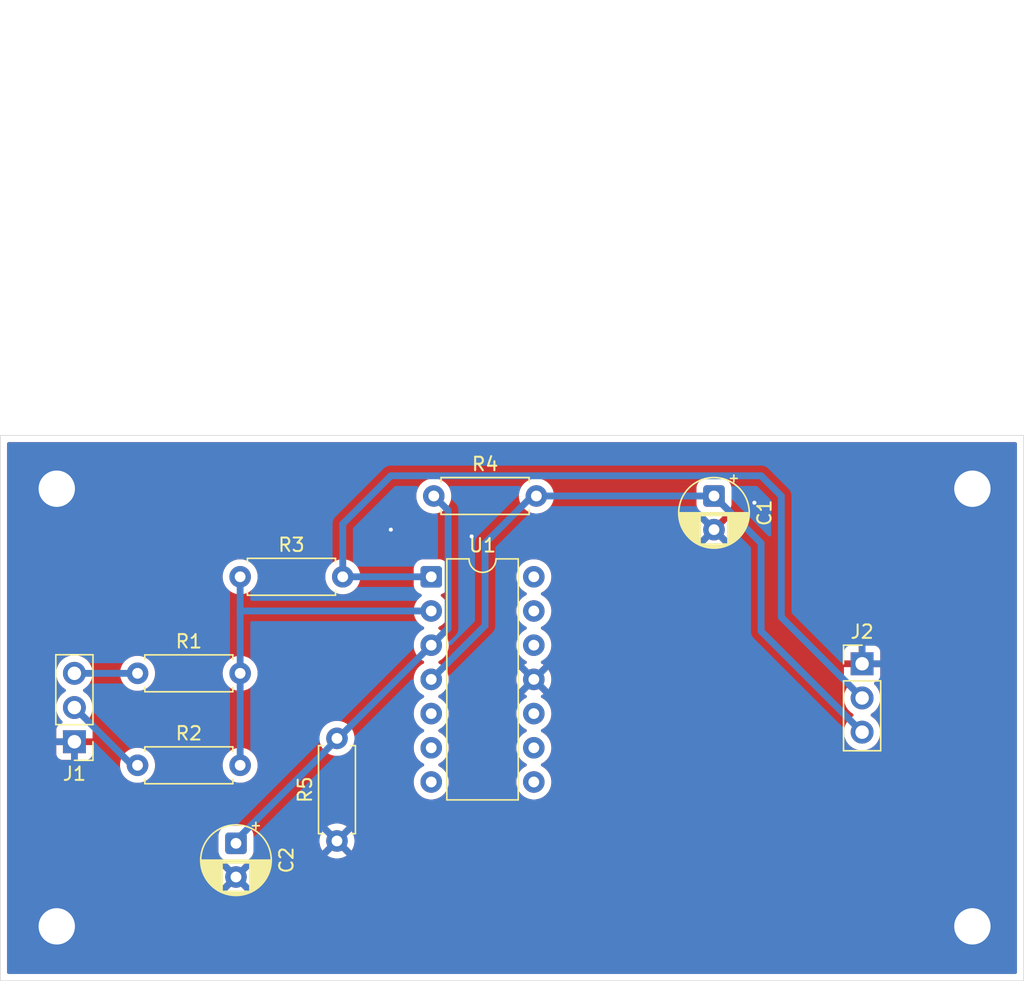
<source format=kicad_pcb>
(kicad_pcb (version 20241229) (generator "pcbnew") (generator_version "9.0")
  (layers (0 "F.Cu" signal) (2 "B.Cu" signal) (13 "F.Paste" user) (15 "B.Paste" user) (5 "F.SilkS" user "F.Silkscreen") (7 "B.SilkS" user "B.Silkscreen") (1 "F.Mask" user) (3 "B.Mask" user) (25 "Edge.Cuts" user))
  (net 0 "")
  (net 1 "0")
  (net 2 "V+")
  (net 3 "Net-(U1A-+)")
  (net 4 "Net-(J1-Pin_2)")
  (net 5 "Net-(J2-Pin_2)")
  (net 6 "Net-(U1A--)")
  (net 7 "Net-(J1-Pin_3)")
  (footprint "Package_DIP:DIP-14_W7.62mm" (layer "F.Cu") (at 77 121.5)
    (property "Reference" "U1" (at 3.81 -2.33 0) (layer "F.SilkS"))
    (property "Value" "LM324")
    (fp_line (start 1.16 -1.33) (end 1.16 16.57) (stroke (width 0.12)) (layer "F.SilkS"))
    (fp_line (start 1.16 16.57) (end 6.46 16.57) (stroke (width 0.12)) (layer "F.SilkS"))
    (fp_line (start 2.81 -1.33) (end 1.16 -1.33) (stroke (width 0.12)) (layer "F.SilkS"))
    (fp_line (start 6.46 -1.33) (end 4.81 -1.33) (stroke (width 0.12)) (layer "F.SilkS"))
    (fp_line (start 6.46 16.57) (end 6.46 -1.33) (stroke (width 0.12)) (layer "F.SilkS"))
    (fp_arc (start 4.81 -1.33) (mid 3.81 -0.33) (end 2.81 -1.33) (stroke (width 0.12)) (layer "F.SilkS"))
    (pad "1" thru_hole roundrect (at 0 0) (size 1.6 1.6) (drill 0.8) (layers "*.Cu" "*.Mask") (roundrect_rratio 0.15625) (net 5 "Net-(J2-Pin_2)"))
    (pad "2" thru_hole circle (at 0 2.54) (size 1.6 1.6) (drill 0.8) (layers "*.Cu" "*.Mask") (net 6 "Net-(U1A--)"))
    (pad "3" thru_hole circle (at 0 5.08) (size 1.6 1.6) (drill 0.8) (layers "*.Cu" "*.Mask") (net 3 "Net-(U1A-+)"))
    (pad "4" thru_hole circle (at 0 7.62) (size 1.6 1.6) (drill 0.8) (layers "*.Cu" "*.Mask") (net 2 "V+"))
    (pad "5" thru_hole circle (at 0 10.16) (size 1.6 1.6) (drill 0.8) (layers "*.Cu" "*.Mask"))
    (pad "6" thru_hole circle (at 0 12.7) (size 1.6 1.6) (drill 0.8) (layers "*.Cu" "*.Mask"))
    (pad "7" thru_hole circle (at 0 15.24) (size 1.6 1.6) (drill 0.8) (layers "*.Cu" "*.Mask"))
    (pad "8" thru_hole circle (at 7.62 15.24) (size 1.6 1.6) (drill 0.8) (layers "*.Cu" "*.Mask"))
    (pad "9" thru_hole circle (at 7.62 12.7) (size 1.6 1.6) (drill 0.8) (layers "*.Cu" "*.Mask"))
    (pad "10" thru_hole circle (at 7.62 10.16) (size 1.6 1.6) (drill 0.8) (layers "*.Cu" "*.Mask"))
    (pad "11" thru_hole circle (at 7.62 7.62) (size 1.6 1.6) (drill 0.8) (layers "*.Cu" "*.Mask") (net 1 "0"))
    (pad "12" thru_hole circle (at 7.62 5.08) (size 1.6 1.6) (drill 0.8) (layers "*.Cu" "*.Mask"))
    (pad "13" thru_hole circle (at 7.62 2.54) (size 1.6 1.6) (drill 0.8) (layers "*.Cu" "*.Mask"))
    (pad "14" thru_hole circle (at 7.62 0) (size 1.6 1.6) (drill 0.8) (layers "*.Cu" "*.Mask"))
  )
  (footprint "MountingHole:MountingHole_2.7mm_Pad" (layer "F.Cu") (at 49.19 114.96)
    (property "Reference" "REF1" (hide yes))
    (property "Value" "MountingHole_2.7mm_Pad" (hide yes))
    (pad "1" thru_hole circle (at 0 0) (size 5.4 5.4) (drill 2.7) (layers "*.Cu" "*.Mask") (net 1 "0"))
  )
  (footprint "Resistor_THT:R_Axial_DIN0207_L6.3mm_D2.5mm_P7.62mm_Horizontal" (layer "F.Cu") (at 70 141.12 90)
    (property "Reference" "R5" (at 3.81 -2.37 90) (layer "F.SilkS"))
    (property "Value" "20k")
    (fp_line (start 7.08 -1.37) (end 7.08 -1.04) (stroke (width 0.12)) (layer "F.SilkS"))
    (fp_line (start 0.54 -1.37) (end 7.08 -1.37) (stroke (width 0.12)) (layer "F.SilkS"))
    (fp_line (start 0.54 -1.04) (end 0.54 -1.37) (stroke (width 0.12)) (layer "F.SilkS"))
    (fp_line (start 0.54 1.04) (end 0.54 1.37) (stroke (width 0.12)) (layer "F.SilkS"))
    (fp_line (start 7.08 1.37) (end 7.08 1.04) (stroke (width 0.12)) (layer "F.SilkS"))
    (fp_line (start 0.54 1.37) (end 7.08 1.37) (stroke (width 0.12)) (layer "F.SilkS"))
    (pad "1" thru_hole circle (at 0 0 90) (size 1.6 1.6) (drill 0.8) (layers "*.Cu" "*.Mask") (net 1 "0"))
    (pad "2" thru_hole circle (at 7.62 0 90) (size 1.6 1.6) (drill 0.8) (layers "*.Cu" "*.Mask") (net 3 "Net-(U1A-+)"))
  )
  (footprint "Resistor_THT:R_Axial_DIN0207_L6.3mm_D2.5mm_P7.62mm_Horizontal" (layer "F.Cu") (at 62.81 121.5)
    (property "Reference" "R3" (at 3.81 -2.37 0) (layer "F.SilkS"))
    (property "Value" "30k")
    (fp_line (start 0.54 -1.37) (end 7.08 -1.37) (stroke (width 0.12)) (layer "F.SilkS"))
    (fp_line (start 0.54 -1.04) (end 0.54 -1.37) (stroke (width 0.12)) (layer "F.SilkS"))
    (fp_line (start 0.54 1.04) (end 0.54 1.37) (stroke (width 0.12)) (layer "F.SilkS"))
    (fp_line (start 0.54 1.37) (end 7.08 1.37) (stroke (width 0.12)) (layer "F.SilkS"))
    (fp_line (start 7.08 -1.37) (end 7.08 -1.04) (stroke (width 0.12)) (layer "F.SilkS"))
    (fp_line (start 7.08 1.37) (end 7.08 1.04) (stroke (width 0.12)) (layer "F.SilkS"))
    (pad "1" thru_hole circle (at 0 0) (size 1.6 1.6) (drill 0.8) (layers "*.Cu" "*.Mask") (net 6 "Net-(U1A--)"))
    (pad "2" thru_hole circle (at 7.62 0) (size 1.6 1.6) (drill 0.8) (layers "*.Cu" "*.Mask") (net 5 "Net-(J2-Pin_2)"))
  )
  (footprint "Capacitor_THT:CP_Radial_D5.0mm_P2.50mm" (layer "F.Cu") (at 62.5 141.294888 -90)
    (property "Reference" "C2" (at 1.25 -3.75 90) (layer "F.SilkS"))
    (property "Value" "10u")
    (fp_line (start 1.49 1.04) (end 1.49 2.569) (stroke (width 0.12)) (layer "F.SilkS"))
    (fp_line (start 1.53 1.04) (end 1.53 2.565) (stroke (width 0.12)) (layer "F.SilkS"))
    (fp_line (start 1.57 1.04) (end 1.57 2.56) (stroke (width 0.12)) (layer "F.SilkS"))
    (fp_line (start 1.61 1.04) (end 1.61 2.555) (stroke (width 0.12)) (layer "F.SilkS"))
    (fp_line (start 1.65 1.04) (end 1.65 2.549) (stroke (width 0.12)) (layer "F.SilkS"))
    (fp_line (start 1.69 1.04) (end 1.69 2.543) (stroke (width 0.12)) (layer "F.SilkS"))
    (fp_line (start 1.73 1.04) (end 1.73 2.536) (stroke (width 0.12)) (layer "F.SilkS"))
    (fp_line (start 1.77 1.04) (end 1.77 2.528) (stroke (width 0.12)) (layer "F.SilkS"))
    (fp_line (start 1.81 1.04) (end 1.81 2.519) (stroke (width 0.12)) (layer "F.SilkS"))
    (fp_line (start 1.85 1.04) (end 1.85 2.51) (stroke (width 0.12)) (layer "F.SilkS"))
    (fp_line (start 1.89 1.04) (end 1.89 2.501) (stroke (width 0.12)) (layer "F.SilkS"))
    (fp_line (start 1.93 1.04) (end 1.93 2.49) (stroke (width 0.12)) (layer "F.SilkS"))
    (fp_line (start 1.97 1.04) (end 1.97 2.479) (stroke (width 0.12)) (layer "F.SilkS"))
    (fp_line (start 2.01 1.04) (end 2.01 2.467) (stroke (width 0.12)) (layer "F.SilkS"))
    (fp_line (start 2.05 1.04) (end 2.05 2.455) (stroke (width 0.12)) (layer "F.SilkS"))
    (fp_line (start 2.09 1.04) (end 2.09 2.442) (stroke (width 0.12)) (layer "F.SilkS"))
    (fp_line (start 2.13 1.04) (end 2.13 2.428) (stroke (width 0.12)) (layer "F.SilkS"))
    (fp_line (start 2.17 1.04) (end 2.17 2.413) (stroke (width 0.12)) (layer "F.SilkS"))
    (fp_line (start 2.21 1.04) (end 2.21 2.398) (stroke (width 0.12)) (layer "F.SilkS"))
    (fp_line (start 2.25 1.04) (end 2.25 2.382) (stroke (width 0.12)) (layer "F.SilkS"))
    (fp_line (start 2.29 1.04) (end 2.29 2.365) (stroke (width 0.12)) (layer "F.SilkS"))
    (fp_line (start 2.33 1.04) (end 2.33 2.347) (stroke (width 0.12)) (layer "F.SilkS"))
    (fp_line (start 2.37 1.04) (end 2.37 2.329) (stroke (width 0.12)) (layer "F.SilkS"))
    (fp_line (start 2.41 1.04) (end 2.41 2.309) (stroke (width 0.12)) (layer "F.SilkS"))
    (fp_line (start 2.45 1.04) (end 2.45 2.289) (stroke (width 0.12)) (layer "F.SilkS"))
    (fp_line (start 2.49 1.04) (end 2.49 2.268) (stroke (width 0.12)) (layer "F.SilkS"))
    (fp_line (start 2.53 1.04) (end 2.53 2.246) (stroke (width 0.12)) (layer "F.SilkS"))
    (fp_line (start 2.57 1.04) (end 2.57 2.223) (stroke (width 0.12)) (layer "F.SilkS"))
    (fp_line (start 2.61 1.04) (end 2.61 2.199) (stroke (width 0.12)) (layer "F.SilkS"))
    (fp_line (start 2.65 1.04) (end 2.65 2.175) (stroke (width 0.12)) (layer "F.SilkS"))
    (fp_line (start 2.69 1.04) (end 2.69 2.149) (stroke (width 0.12)) (layer "F.SilkS"))
    (fp_line (start 2.73 1.04) (end 2.73 2.122) (stroke (width 0.12)) (layer "F.SilkS"))
    (fp_line (start 2.77 1.04) (end 2.77 2.094) (stroke (width 0.12)) (layer "F.SilkS"))
    (fp_line (start 2.81 1.04) (end 2.81 2.065) (stroke (width 0.12)) (layer "F.SilkS"))
    (fp_line (start 2.85 1.04) (end 2.85 2.035) (stroke (width 0.12)) (layer "F.SilkS"))
    (fp_line (start 2.89 1.04) (end 2.89 2.003) (stroke (width 0.12)) (layer "F.SilkS"))
    (fp_line (start 2.93 1.04) (end 2.93 1.97) (stroke (width 0.12)) (layer "F.SilkS"))
    (fp_line (start 2.97 1.04) (end 2.97 1.936) (stroke (width 0.12)) (layer "F.SilkS"))
    (fp_line (start 3.01 1.04) (end 3.01 1.901) (stroke (width 0.12)) (layer "F.SilkS"))
    (fp_line (start 3.05 1.04) (end 3.05 1.864) (stroke (width 0.12)) (layer "F.SilkS"))
    (fp_line (start 3.09 1.04) (end 3.09 1.825) (stroke (width 0.12)) (layer "F.SilkS"))
    (fp_line (start 3.13 1.04) (end 3.13 1.785) (stroke (width 0.12)) (layer "F.SilkS"))
    (fp_line (start 3.17 1.04) (end 3.17 1.743) (stroke (width 0.12)) (layer "F.SilkS"))
    (fp_line (start 3.21 1.04) (end 3.21 1.699) (stroke (width 0.12)) (layer "F.SilkS"))
    (fp_line (start 3.25 1.04) (end 3.25 1.652) (stroke (width 0.12)) (layer "F.SilkS"))
    (fp_line (start 3.29 1.04) (end 3.29 1.604) (stroke (width 0.12)) (layer "F.SilkS"))
    (fp_line (start 3.33 1.04) (end 3.33 1.553) (stroke (width 0.12)) (layer "F.SilkS"))
    (fp_line (start 3.37 1.04) (end 3.37 1.499) (stroke (width 0.12)) (layer "F.SilkS"))
    (fp_line (start 3.41 1.04) (end 3.41 1.443) (stroke (width 0.12)) (layer "F.SilkS"))
    (fp_line (start 3.45 1.04) (end 3.45 1.383) (stroke (width 0.12)) (layer "F.SilkS"))
    (fp_line (start 3.49 1.04) (end 3.49 1.319) (stroke (width 0.12)) (layer "F.SilkS"))
    (fp_line (start 3.53 1.04) (end 3.53 1.251) (stroke (width 0.12)) (layer "F.SilkS"))
    (fp_line (start 3.85 -0.283) (end 3.85 0.283) (stroke (width 0.12)) (layer "F.SilkS"))
    (fp_line (start 3.81 -0.517) (end 3.81 0.517) (stroke (width 0.12)) (layer "F.SilkS"))
    (fp_line (start 3.77 -0.677) (end 3.77 0.677) (stroke (width 0.12)) (layer "F.SilkS"))
    (fp_line (start 3.73 -0.805) (end 3.73 0.805) (stroke (width 0.12)) (layer "F.SilkS"))
    (fp_line (start 3.69 -0.914) (end 3.69 0.914) (stroke (width 0.12)) (layer "F.SilkS"))
    (fp_line (start 3.65 -1.011) (end 3.65 1.011) (stroke (width 0.12)) (layer "F.SilkS"))
    (fp_line (start 3.61 -1.098) (end 3.61 1.098) (stroke (width 0.12)) (layer "F.SilkS"))
    (fp_line (start 3.57 -1.177) (end 3.57 1.177) (stroke (width 0.12)) (layer "F.SilkS"))
    (fp_line (start 3.53 -1.251) (end 3.53 -1.04) (stroke (width 0.12)) (layer "F.SilkS"))
    (fp_line (start 3.49 -1.319) (end 3.49 -1.04) (stroke (width 0.12)) (layer "F.SilkS"))
    (fp_line (start 3.45 -1.383) (end 3.45 -1.04) (stroke (width 0.12)) (layer "F.SilkS"))
    (fp_line (start 3.41 -1.443) (end 3.41 -1.04) (stroke (width 0.12)) (layer "F.SilkS"))
    (fp_line (start -1.554775 -1.475) (end -1.054775 -1.475) (stroke (width 0.12)) (layer "F.SilkS"))
    (fp_line (start 3.37 -1.499) (end 3.37 -1.04) (stroke (width 0.12)) (layer "F.SilkS"))
    (fp_line (start 3.33 -1.553) (end 3.33 -1.04) (stroke (width 0.12)) (layer "F.SilkS"))
    (fp_line (start 3.29 -1.604) (end 3.29 -1.04) (stroke (width 0.12)) (layer "F.SilkS"))
    (fp_line (start 3.25 -1.652) (end 3.25 -1.04) (stroke (width 0.12)) (layer "F.SilkS"))
    (fp_line (start 3.21 -1.699) (end 3.21 -1.04) (stroke (width 0.12)) (layer "F.SilkS"))
    (fp_line (start -1.304775 -1.725) (end -1.304775 -1.225) (stroke (width 0.12)) (layer "F.SilkS"))
    (fp_line (start 3.17 -1.743) (end 3.17 -1.04) (stroke (width 0.12)) (layer "F.SilkS"))
    (fp_line (start 3.13 -1.785) (end 3.13 -1.04) (stroke (width 0.12)) (layer "F.SilkS"))
    (fp_line (start 3.09 -1.825) (end 3.09 -1.04) (stroke (width 0.12)) (layer "F.SilkS"))
    (fp_line (start 3.05 -1.864) (end 3.05 -1.04) (stroke (width 0.12)) (layer "F.SilkS"))
    (fp_line (start 3.01 -1.901) (end 3.01 -1.04) (stroke (width 0.12)) (layer "F.SilkS"))
    (fp_line (start 2.97 -1.936) (end 2.97 -1.04) (stroke (width 0.12)) (layer "F.SilkS"))
    (fp_line (start 2.93 -1.97) (end 2.93 -1.04) (stroke (width 0.12)) (layer "F.SilkS"))
    (fp_line (start 2.89 -2.003) (end 2.89 -1.04) (stroke (width 0.12)) (layer "F.SilkS"))
    (fp_line (start 2.85 -2.035) (end 2.85 -1.04) (stroke (width 0.12)) (layer "F.SilkS"))
    (fp_line (start 2.81 -2.065) (end 2.81 -1.04) (stroke (width 0.12)) (layer "F.SilkS"))
    (fp_line (start 2.77 -2.094) (end 2.77 -1.04) (stroke (width 0.12)) (layer "F.SilkS"))
    (fp_line (start 2.73 -2.122) (end 2.73 -1.04) (stroke (width 0.12)) (layer "F.SilkS"))
    (fp_line (start 2.69 -2.149) (end 2.69 -1.04) (stroke (width 0.12)) (layer "F.SilkS"))
    (fp_line (start 2.65 -2.175) (end 2.65 -1.04) (stroke (width 0.12)) (layer "F.SilkS"))
    (fp_line (start 2.61 -2.199) (end 2.61 -1.04) (stroke (width 0.12)) (layer "F.SilkS"))
    (fp_line (start 2.57 -2.223) (end 2.57 -1.04) (stroke (width 0.12)) (layer "F.SilkS"))
    (fp_line (start 2.53 -2.246) (end 2.53 -1.04) (stroke (width 0.12)) (layer "F.SilkS"))
    (fp_line (start 2.49 -2.268) (end 2.49 -1.04) (stroke (width 0.12)) (layer "F.SilkS"))
    (fp_line (start 2.45 -2.289) (end 2.45 -1.04) (stroke (width 0.12)) (layer "F.SilkS"))
    (fp_line (start 2.41 -2.309) (end 2.41 -1.04) (stroke (width 0.12)) (layer "F.SilkS"))
    (fp_line (start 2.37 -2.329) (end 2.37 -1.04) (stroke (width 0.12)) (layer "F.SilkS"))
    (fp_line (start 2.33 -2.347) (end 2.33 -1.04) (stroke (width 0.12)) (layer "F.SilkS"))
    (fp_line (start 2.29 -2.365) (end 2.29 -1.04) (stroke (width 0.12)) (layer "F.SilkS"))
    (fp_line (start 2.25 -2.382) (end 2.25 -1.04) (stroke (width 0.12)) (layer "F.SilkS"))
    (fp_line (start 2.21 -2.398) (end 2.21 -1.04) (stroke (width 0.12)) (layer "F.SilkS"))
    (fp_line (start 2.17 -2.413) (end 2.17 -1.04) (stroke (width 0.12)) (layer "F.SilkS"))
    (fp_line (start 2.13 -2.428) (end 2.13 -1.04) (stroke (width 0.12)) (layer "F.SilkS"))
    (fp_line (start 2.09 -2.442) (end 2.09 -1.04) (stroke (width 0.12)) (layer "F.SilkS"))
    (fp_line (start 2.05 -2.455) (end 2.05 -1.04) (stroke (width 0.12)) (layer "F.SilkS"))
    (fp_line (start 2.01 -2.467) (end 2.01 -1.04) (stroke (width 0.12)) (layer "F.SilkS"))
    (fp_line (start 1.97 -2.479) (end 1.97 -1.04) (stroke (width 0.12)) (layer "F.SilkS"))
    (fp_line (start 1.93 -2.49) (end 1.93 -1.04) (stroke (width 0.12)) (layer "F.SilkS"))
    (fp_line (start 1.89 -2.501) (end 1.89 -1.04) (stroke (width 0.12)) (layer "F.SilkS"))
    (fp_line (start 1.85 -2.51) (end 1.85 -1.04) (stroke (width 0.12)) (layer "F.SilkS"))
    (fp_line (start 1.81 -2.519) (end 1.81 -1.04) (stroke (width 0.12)) (layer "F.SilkS"))
    (fp_line (start 1.77 -2.528) (end 1.77 -1.04) (stroke (width 0.12)) (layer "F.SilkS"))
    (fp_line (start 1.73 -2.536) (end 1.73 -1.04) (stroke (width 0.12)) (layer "F.SilkS"))
    (fp_line (start 1.69 -2.543) (end 1.69 -1.04) (stroke (width 0.12)) (layer "F.SilkS"))
    (fp_line (start 1.65 -2.549) (end 1.65 -1.04) (stroke (width 0.12)) (layer "F.SilkS"))
    (fp_line (start 1.61 -2.555) (end 1.61 -1.04) (stroke (width 0.12)) (layer "F.SilkS"))
    (fp_line (start 1.57 -2.56) (end 1.57 -1.04) (stroke (width 0.12)) (layer "F.SilkS"))
    (fp_line (start 1.53 -2.565) (end 1.53 -1.04) (stroke (width 0.12)) (layer "F.SilkS"))
    (fp_line (start 1.49 -2.569) (end 1.49 -1.04) (stroke (width 0.12)) (layer "F.SilkS"))
    (fp_line (start 1.45 -2.572) (end 1.45 2.572) (stroke (width 0.12)) (layer "F.SilkS"))
    (fp_line (start 1.41 -2.575) (end 1.41 2.575) (stroke (width 0.12)) (layer "F.SilkS"))
    (fp_line (start 1.37 -2.577) (end 1.37 2.577) (stroke (width 0.12)) (layer "F.SilkS"))
    (fp_line (start 1.33 -2.579) (end 1.33 2.579) (stroke (width 0.12)) (layer "F.SilkS"))
    (fp_line (start 1.25 -2.58) (end 1.25 2.58) (stroke (width 0.12)) (layer "F.SilkS"))
    (fp_line (start 1.29 -2.58) (end 1.29 2.58) (stroke (width 0.12)) (layer "F.SilkS"))
    (fp_circle (center 1.25 0) (end 3.87 0) (stroke (width 0.12)) (fill no) (layer "F.SilkS"))
    (pad "1" thru_hole roundrect (at 0 0 270) (size 1.6 1.6) (drill 0.8) (layers "*.Cu" "*.Mask") (roundrect_rratio 0.15625) (net 3 "Net-(U1A-+)"))
    (pad "2" thru_hole circle (at 2.5 0 270) (size 1.6 1.6) (drill 0.8) (layers "*.Cu" "*.Mask") (net 1 "0"))
  )
  (footprint "MountingHole:MountingHole_2.7mm_Pad" (layer "F.Cu") (at 117.19 147.46)
    (property "Reference" "REF3" (hide yes))
    (property "Value" "MountingHole_2.7mm_Pad" (hide yes))
    (pad "1" thru_hole roundrect (at 0 0) (size 5.4 5.4) (drill 2.7) (layers "*.Cu" "*.Mask") (net 1 "0"))
  )
  (footprint "Connector_PinHeader_2.54mm:PinHeader_1x03_P2.54mm_Vertical" (layer "F.Cu") (at 50.5 133.75 180)
    (property "Reference" "J1" (at 0 -2.38 0) (layer "F.SilkS"))
    (property "Value" "Conn_01x03")
    (fp_line (start 1.38 1.27) (end 1.38 6.46) (stroke (width 0.12)) (layer "F.SilkS"))
    (fp_line (start -1.38 6.46) (end 1.38 6.46) (stroke (width 0.12)) (layer "F.SilkS"))
    (fp_line (start -1.38 1.27) (end 1.38 1.27) (stroke (width 0.12)) (layer "F.SilkS"))
    (fp_line (start -1.38 1.27) (end -1.38 6.46) (stroke (width 0.12)) (layer "F.SilkS"))
    (fp_line (start -1.38 0) (end -1.38 -1.38) (stroke (width 0.12)) (layer "F.SilkS"))
    (fp_line (start -1.38 -1.38) (end 0 -1.38) (stroke (width 0.12)) (layer "F.SilkS"))
    (pad "1" thru_hole rect (at 0 0 180) (size 1.7 1.7) (drill 1) (layers "*.Cu" "*.Mask") (net 1 "0"))
    (pad "2" thru_hole circle (at 0 2.54 180) (size 1.7 1.7) (drill 1) (layers "*.Cu" "*.Mask") (net 4 "Net-(J1-Pin_2)"))
    (pad "3" thru_hole circle (at 0 5.08 180) (size 1.7 1.7) (drill 1) (layers "*.Cu" "*.Mask") (net 7 "Net-(J1-Pin_3)"))
  )
  (footprint "MountingHole:MountingHole_2.7mm_Pad" (layer "F.Cu") (at 117.19 114.96)
    (property "Reference" "REF2" (hide yes))
    (property "Value" "MountingHole_2.7mm_Pad" (hide yes))
    (pad "1" thru_hole circle (at 0 0) (size 5.4 5.4) (drill 2.7) (layers "*.Cu" "*.Mask") (net 1 "0"))
  )
  (footprint "Resistor_THT:R_Axial_DIN0207_L6.3mm_D2.5mm_P7.62mm_Horizontal" (layer "F.Cu") (at 55.19 128.67)
    (property "Reference" "R1" (at 3.81 -2.37 0) (layer "F.SilkS"))
    (property "Value" "10k")
    (fp_line (start 0.54 -1.37) (end 7.08 -1.37) (stroke (width 0.12)) (layer "F.SilkS"))
    (fp_line (start 0.54 -1.04) (end 0.54 -1.37) (stroke (width 0.12)) (layer "F.SilkS"))
    (fp_line (start 0.54 1.04) (end 0.54 1.37) (stroke (width 0.12)) (layer "F.SilkS"))
    (fp_line (start 0.54 1.37) (end 7.08 1.37) (stroke (width 0.12)) (layer "F.SilkS"))
    (fp_line (start 7.08 -1.37) (end 7.08 -1.04) (stroke (width 0.12)) (layer "F.SilkS"))
    (fp_line (start 7.08 1.37) (end 7.08 1.04) (stroke (width 0.12)) (layer "F.SilkS"))
    (pad "1" thru_hole circle (at 0 0) (size 1.6 1.6) (drill 0.8) (layers "*.Cu" "*.Mask") (net 7 "Net-(J1-Pin_3)"))
    (pad "2" thru_hole circle (at 7.62 0) (size 1.6 1.6) (drill 0.8) (layers "*.Cu" "*.Mask") (net 6 "Net-(U1A--)"))
  )
  (footprint "Resistor_THT:R_Axial_DIN0207_L6.3mm_D2.5mm_P7.62mm_Horizontal" (layer "F.Cu") (at 55.19 135.5)
    (property "Reference" "R2" (at 3.81 -2.37 0) (layer "F.SilkS"))
    (property "Value" "30k")
    (fp_line (start 0.54 -1.37) (end 7.08 -1.37) (stroke (width 0.12)) (layer "F.SilkS"))
    (fp_line (start 0.54 -1.04) (end 0.54 -1.37) (stroke (width 0.12)) (layer "F.SilkS"))
    (fp_line (start 0.54 1.04) (end 0.54 1.37) (stroke (width 0.12)) (layer "F.SilkS"))
    (fp_line (start 0.54 1.37) (end 7.08 1.37) (stroke (width 0.12)) (layer "F.SilkS"))
    (fp_line (start 7.08 -1.37) (end 7.08 -1.04) (stroke (width 0.12)) (layer "F.SilkS"))
    (fp_line (start 7.08 1.37) (end 7.08 1.04) (stroke (width 0.12)) (layer "F.SilkS"))
    (pad "1" thru_hole circle (at 0 0) (size 1.6 1.6) (drill 0.8) (layers "*.Cu" "*.Mask") (net 4 "Net-(J1-Pin_2)"))
    (pad "2" thru_hole circle (at 7.62 0) (size 1.6 1.6) (drill 0.8) (layers "*.Cu" "*.Mask") (net 6 "Net-(U1A--)"))
  )
  (footprint "Capacitor_THT:CP_Radial_D5.0mm_P2.50mm" (layer "F.Cu") (at 98 115.5 -90)
    (property "Reference" "C1" (at 1.25 -3.75 90) (layer "F.SilkS"))
    (property "Value" "10u")
    (fp_line (start 1.49 1.04) (end 1.49 2.569) (stroke (width 0.12)) (layer "F.SilkS"))
    (fp_line (start 1.53 1.04) (end 1.53 2.565) (stroke (width 0.12)) (layer "F.SilkS"))
    (fp_line (start 1.57 1.04) (end 1.57 2.56) (stroke (width 0.12)) (layer "F.SilkS"))
    (fp_line (start 1.61 1.04) (end 1.61 2.555) (stroke (width 0.12)) (layer "F.SilkS"))
    (fp_line (start 1.65 1.04) (end 1.65 2.549) (stroke (width 0.12)) (layer "F.SilkS"))
    (fp_line (start 1.69 1.04) (end 1.69 2.543) (stroke (width 0.12)) (layer "F.SilkS"))
    (fp_line (start 1.73 1.04) (end 1.73 2.536) (stroke (width 0.12)) (layer "F.SilkS"))
    (fp_line (start 1.77 1.04) (end 1.77 2.528) (stroke (width 0.12)) (layer "F.SilkS"))
    (fp_line (start 1.81 1.04) (end 1.81 2.519) (stroke (width 0.12)) (layer "F.SilkS"))
    (fp_line (start 1.85 1.04) (end 1.85 2.51) (stroke (width 0.12)) (layer "F.SilkS"))
    (fp_line (start 1.89 1.04) (end 1.89 2.501) (stroke (width 0.12)) (layer "F.SilkS"))
    (fp_line (start 1.93 1.04) (end 1.93 2.49) (stroke (width 0.12)) (layer "F.SilkS"))
    (fp_line (start 1.97 1.04) (end 1.97 2.479) (stroke (width 0.12)) (layer "F.SilkS"))
    (fp_line (start 2.01 1.04) (end 2.01 2.467) (stroke (width 0.12)) (layer "F.SilkS"))
    (fp_line (start 2.05 1.04) (end 2.05 2.455) (stroke (width 0.12)) (layer "F.SilkS"))
    (fp_line (start 2.09 1.04) (end 2.09 2.442) (stroke (width 0.12)) (layer "F.SilkS"))
    (fp_line (start 2.13 1.04) (end 2.13 2.428) (stroke (width 0.12)) (layer "F.SilkS"))
    (fp_line (start 2.17 1.04) (end 2.17 2.413) (stroke (width 0.12)) (layer "F.SilkS"))
    (fp_line (start 2.21 1.04) (end 2.21 2.398) (stroke (width 0.12)) (layer "F.SilkS"))
    (fp_line (start 2.25 1.04) (end 2.25 2.382) (stroke (width 0.12)) (layer "F.SilkS"))
    (fp_line (start 2.29 1.04) (end 2.29 2.365) (stroke (width 0.12)) (layer "F.SilkS"))
    (fp_line (start 2.33 1.04) (end 2.33 2.347) (stroke (width 0.12)) (layer "F.SilkS"))
    (fp_line (start 2.37 1.04) (end 2.37 2.329) (stroke (width 0.12)) (layer "F.SilkS"))
    (fp_line (start 2.41 1.04) (end 2.41 2.309) (stroke (width 0.12)) (layer "F.SilkS"))
    (fp_line (start 2.45 1.04) (end 2.45 2.289) (stroke (width 0.12)) (layer "F.SilkS"))
    (fp_line (start 2.49 1.04) (end 2.49 2.268) (stroke (width 0.12)) (layer "F.SilkS"))
    (fp_line (start 2.53 1.04) (end 2.53 2.246) (stroke (width 0.12)) (layer "F.SilkS"))
    (fp_line (start 2.57 1.04) (end 2.57 2.223) (stroke (width 0.12)) (layer "F.SilkS"))
    (fp_line (start 2.61 1.04) (end 2.61 2.199) (stroke (width 0.12)) (layer "F.SilkS"))
    (fp_line (start 2.65 1.04) (end 2.65 2.175) (stroke (width 0.12)) (layer "F.SilkS"))
    (fp_line (start 2.69 1.04) (end 2.69 2.149) (stroke (width 0.12)) (layer "F.SilkS"))
    (fp_line (start 2.73 1.04) (end 2.73 2.122) (stroke (width 0.12)) (layer "F.SilkS"))
    (fp_line (start 2.77 1.04) (end 2.77 2.094) (stroke (width 0.12)) (layer "F.SilkS"))
    (fp_line (start 2.81 1.04) (end 2.81 2.065) (stroke (width 0.12)) (layer "F.SilkS"))
    (fp_line (start 2.85 1.04) (end 2.85 2.035) (stroke (width 0.12)) (layer "F.SilkS"))
    (fp_line (start 2.89 1.04) (end 2.89 2.003) (stroke (width 0.12)) (layer "F.SilkS"))
    (fp_line (start 2.93 1.04) (end 2.93 1.97) (stroke (width 0.12)) (layer "F.SilkS"))
    (fp_line (start 2.97 1.04) (end 2.97 1.936) (stroke (width 0.12)) (layer "F.SilkS"))
    (fp_line (start 3.01 1.04) (end 3.01 1.901) (stroke (width 0.12)) (layer "F.SilkS"))
    (fp_line (start 3.05 1.04) (end 3.05 1.864) (stroke (width 0.12)) (layer "F.SilkS"))
    (fp_line (start 3.09 1.04) (end 3.09 1.825) (stroke (width 0.12)) (layer "F.SilkS"))
    (fp_line (start 3.13 1.04) (end 3.13 1.785) (stroke (width 0.12)) (layer "F.SilkS"))
    (fp_line (start 3.17 1.04) (end 3.17 1.743) (stroke (width 0.12)) (layer "F.SilkS"))
    (fp_line (start 3.21 1.04) (end 3.21 1.699) (stroke (width 0.12)) (layer "F.SilkS"))
    (fp_line (start 3.25 1.04) (end 3.25 1.652) (stroke (width 0.12)) (layer "F.SilkS"))
    (fp_line (start 3.29 1.04) (end 3.29 1.604) (stroke (width 0.12)) (layer "F.SilkS"))
    (fp_line (start 3.33 1.04) (end 3.33 1.553) (stroke (width 0.12)) (layer "F.SilkS"))
    (fp_line (start 3.37 1.04) (end 3.37 1.499) (stroke (width 0.12)) (layer "F.SilkS"))
    (fp_line (start 3.41 1.04) (end 3.41 1.443) (stroke (width 0.12)) (layer "F.SilkS"))
    (fp_line (start 3.45 1.04) (end 3.45 1.383) (stroke (width 0.12)) (layer "F.SilkS"))
    (fp_line (start 3.49 1.04) (end 3.49 1.319) (stroke (width 0.12)) (layer "F.SilkS"))
    (fp_line (start 3.53 1.04) (end 3.53 1.251) (stroke (width 0.12)) (layer "F.SilkS"))
    (fp_line (start 3.85 -0.283) (end 3.85 0.283) (stroke (width 0.12)) (layer "F.SilkS"))
    (fp_line (start 3.81 -0.517) (end 3.81 0.517) (stroke (width 0.12)) (layer "F.SilkS"))
    (fp_line (start 3.77 -0.677) (end 3.77 0.677) (stroke (width 0.12)) (layer "F.SilkS"))
    (fp_line (start 3.73 -0.805) (end 3.73 0.805) (stroke (width 0.12)) (layer "F.SilkS"))
    (fp_line (start 3.69 -0.914) (end 3.69 0.914) (stroke (width 0.12)) (layer "F.SilkS"))
    (fp_line (start 3.65 -1.011) (end 3.65 1.011) (stroke (width 0.12)) (layer "F.SilkS"))
    (fp_line (start 3.61 -1.098) (end 3.61 1.098) (stroke (width 0.12)) (layer "F.SilkS"))
    (fp_line (start 3.57 -1.177) (end 3.57 1.177) (stroke (width 0.12)) (layer "F.SilkS"))
    (fp_line (start 3.53 -1.251) (end 3.53 -1.04) (stroke (width 0.12)) (layer "F.SilkS"))
    (fp_line (start 3.49 -1.319) (end 3.49 -1.04) (stroke (width 0.12)) (layer "F.SilkS"))
    (fp_line (start 3.45 -1.383) (end 3.45 -1.04) (stroke (width 0.12)) (layer "F.SilkS"))
    (fp_line (start 3.41 -1.443) (end 3.41 -1.04) (stroke (width 0.12)) (layer "F.SilkS"))
    (fp_line (start -1.554775 -1.475) (end -1.054775 -1.475) (stroke (width 0.12)) (layer "F.SilkS"))
    (fp_line (start 3.37 -1.499) (end 3.37 -1.04) (stroke (width 0.12)) (layer "F.SilkS"))
    (fp_line (start 3.33 -1.553) (end 3.33 -1.04) (stroke (width 0.12)) (layer "F.SilkS"))
    (fp_line (start 3.29 -1.604) (end 3.29 -1.04) (stroke (width 0.12)) (layer "F.SilkS"))
    (fp_line (start 3.25 -1.652) (end 3.25 -1.04) (stroke (width 0.12)) (layer "F.SilkS"))
    (fp_line (start 3.21 -1.699) (end 3.21 -1.04) (stroke (width 0.12)) (layer "F.SilkS"))
    (fp_line (start -1.304775 -1.725) (end -1.304775 -1.225) (stroke (width 0.12)) (layer "F.SilkS"))
    (fp_line (start 3.17 -1.743) (end 3.17 -1.04) (stroke (width 0.12)) (layer "F.SilkS"))
    (fp_line (start 3.13 -1.785) (end 3.13 -1.04) (stroke (width 0.12)) (layer "F.SilkS"))
    (fp_line (start 3.09 -1.825) (end 3.09 -1.04) (stroke (width 0.12)) (layer "F.SilkS"))
    (fp_line (start 3.05 -1.864) (end 3.05 -1.04) (stroke (width 0.12)) (layer "F.SilkS"))
    (fp_line (start 3.01 -1.901) (end 3.01 -1.04) (stroke (width 0.12)) (layer "F.SilkS"))
    (fp_line (start 2.97 -1.936) (end 2.97 -1.04) (stroke (width 0.12)) (layer "F.SilkS"))
    (fp_line (start 2.93 -1.97) (end 2.93 -1.04) (stroke (width 0.12)) (layer "F.SilkS"))
    (fp_line (start 2.89 -2.003) (end 2.89 -1.04) (stroke (width 0.12)) (layer "F.SilkS"))
    (fp_line (start 2.85 -2.035) (end 2.85 -1.04) (stroke (width 0.12)) (layer "F.SilkS"))
    (fp_line (start 2.81 -2.065) (end 2.81 -1.04) (stroke (width 0.12)) (layer "F.SilkS"))
    (fp_line (start 2.77 -2.094) (end 2.77 -1.04) (stroke (width 0.12)) (layer "F.SilkS"))
    (fp_line (start 2.73 -2.122) (end 2.73 -1.04) (stroke (width 0.12)) (layer "F.SilkS"))
    (fp_line (start 2.69 -2.149) (end 2.69 -1.04) (stroke (width 0.12)) (layer "F.SilkS"))
    (fp_line (start 2.65 -2.175) (end 2.65 -1.04) (stroke (width 0.12)) (layer "F.SilkS"))
    (fp_line (start 2.61 -2.199) (end 2.61 -1.04) (stroke (width 0.12)) (layer "F.SilkS"))
    (fp_line (start 2.57 -2.223) (end 2.57 -1.04) (stroke (width 0.12)) (layer "F.SilkS"))
    (fp_line (start 2.53 -2.246) (end 2.53 -1.04) (stroke (width 0.12)) (layer "F.SilkS"))
    (fp_line (start 2.49 -2.268) (end 2.49 -1.04) (stroke (width 0.12)) (layer "F.SilkS"))
    (fp_line (start 2.45 -2.289) (end 2.45 -1.04) (stroke (width 0.12)) (layer "F.SilkS"))
    (fp_line (start 2.41 -2.309) (end 2.41 -1.04) (stroke (width 0.12)) (layer "F.SilkS"))
    (fp_line (start 2.37 -2.329) (end 2.37 -1.04) (stroke (width 0.12)) (layer "F.SilkS"))
    (fp_line (start 2.33 -2.347) (end 2.33 -1.04) (stroke (width 0.12)) (layer "F.SilkS"))
    (fp_line (start 2.29 -2.365) (end 2.29 -1.04) (stroke (width 0.12)) (layer "F.SilkS"))
    (fp_line (start 2.25 -2.382) (end 2.25 -1.04) (stroke (width 0.12)) (layer "F.SilkS"))
    (fp_line (start 2.21 -2.398) (end 2.21 -1.04) (stroke (width 0.12)) (layer "F.SilkS"))
    (fp_line (start 2.17 -2.413) (end 2.17 -1.04) (stroke (width 0.12)) (layer "F.SilkS"))
    (fp_line (start 2.13 -2.428) (end 2.13 -1.04) (stroke (width 0.12)) (layer "F.SilkS"))
    (fp_line (start 2.09 -2.442) (end 2.09 -1.04) (stroke (width 0.12)) (layer "F.SilkS"))
    (fp_line (start 2.05 -2.455) (end 2.05 -1.04) (stroke (width 0.12)) (layer "F.SilkS"))
    (fp_line (start 2.01 -2.467) (end 2.01 -1.04) (stroke (width 0.12)) (layer "F.SilkS"))
    (fp_line (start 1.97 -2.479) (end 1.97 -1.04) (stroke (width 0.12)) (layer "F.SilkS"))
    (fp_line (start 1.93 -2.49) (end 1.93 -1.04) (stroke (width 0.12)) (layer "F.SilkS"))
    (fp_line (start 1.89 -2.501) (end 1.89 -1.04) (stroke (width 0.12)) (layer "F.SilkS"))
    (fp_line (start 1.85 -2.51) (end 1.85 -1.04) (stroke (width 0.12)) (layer "F.SilkS"))
    (fp_line (start 1.81 -2.519) (end 1.81 -1.04) (stroke (width 0.12)) (layer "F.SilkS"))
    (fp_line (start 1.77 -2.528) (end 1.77 -1.04) (stroke (width 0.12)) (layer "F.SilkS"))
    (fp_line (start 1.73 -2.536) (end 1.73 -1.04) (stroke (width 0.12)) (layer "F.SilkS"))
    (fp_line (start 1.69 -2.543) (end 1.69 -1.04) (stroke (width 0.12)) (layer "F.SilkS"))
    (fp_line (start 1.65 -2.549) (end 1.65 -1.04) (stroke (width 0.12)) (layer "F.SilkS"))
    (fp_line (start 1.61 -2.555) (end 1.61 -1.04) (stroke (width 0.12)) (layer "F.SilkS"))
    (fp_line (start 1.57 -2.56) (end 1.57 -1.04) (stroke (width 0.12)) (layer "F.SilkS"))
    (fp_line (start 1.53 -2.565) (end 1.53 -1.04) (stroke (width 0.12)) (layer "F.SilkS"))
    (fp_line (start 1.49 -2.569) (end 1.49 -1.04) (stroke (width 0.12)) (layer "F.SilkS"))
    (fp_line (start 1.45 -2.572) (end 1.45 2.572) (stroke (width 0.12)) (layer "F.SilkS"))
    (fp_line (start 1.41 -2.575) (end 1.41 2.575) (stroke (width 0.12)) (layer "F.SilkS"))
    (fp_line (start 1.37 -2.577) (end 1.37 2.577) (stroke (width 0.12)) (layer "F.SilkS"))
    (fp_line (start 1.33 -2.579) (end 1.33 2.579) (stroke (width 0.12)) (layer "F.SilkS"))
    (fp_line (start 1.25 -2.58) (end 1.25 2.58) (stroke (width 0.12)) (layer "F.SilkS"))
    (fp_line (start 1.29 -2.58) (end 1.29 2.58) (stroke (width 0.12)) (layer "F.SilkS"))
    (fp_circle (center 1.25 0) (end 3.87 0) (stroke (width 0.12)) (fill no) (layer "F.SilkS"))
    (pad "1" thru_hole roundrect (at 0 0 270) (size 1.6 1.6) (drill 0.8) (layers "*.Cu" "*.Mask") (roundrect_rratio 0.15625) (net 2 "V+"))
    (pad "2" thru_hole circle (at 2.5 0 270) (size 1.6 1.6) (drill 0.8) (layers "*.Cu" "*.Mask") (net 1 "0"))
  )
  (footprint "MountingHole:MountingHole_2.7mm_Pad" (layer "F.Cu") (at 49.19 147.46)
    (property "Reference" "REF4" (hide yes))
    (property "Value" "MountingHole_2.7mm_Pad" (hide yes))
    (pad "1" thru_hole circle (at 0 0) (size 5.4 5.4) (drill 2.7) (layers "*.Cu" "*.Mask") (net 1 "0"))
  )
  (footprint "Resistor_THT:R_Axial_DIN0207_L6.3mm_D2.5mm_P7.62mm_Horizontal" (layer "F.Cu") (at 77.19 115.5)
    (property "Reference" "R4" (at 3.81 -2.37 0) (layer "F.SilkS"))
    (property "Value" "20k")
    (fp_line (start 0.54 -1.37) (end 7.08 -1.37) (stroke (width 0.12)) (layer "F.SilkS"))
    (fp_line (start 0.54 -1.04) (end 0.54 -1.37) (stroke (width 0.12)) (layer "F.SilkS"))
    (fp_line (start 0.54 1.04) (end 0.54 1.37) (stroke (width 0.12)) (layer "F.SilkS"))
    (fp_line (start 0.54 1.37) (end 7.08 1.37) (stroke (width 0.12)) (layer "F.SilkS"))
    (fp_line (start 7.08 -1.37) (end 7.08 -1.04) (stroke (width 0.12)) (layer "F.SilkS"))
    (fp_line (start 7.08 1.37) (end 7.08 1.04) (stroke (width 0.12)) (layer "F.SilkS"))
    (pad "1" thru_hole circle (at 0 0) (size 1.6 1.6) (drill 0.8) (layers "*.Cu" "*.Mask") (net 3 "Net-(U1A-+)"))
    (pad "2" thru_hole circle (at 7.62 0) (size 1.6 1.6) (drill 0.8) (layers "*.Cu" "*.Mask") (net 2 "V+"))
  )
  (footprint "Connector_PinHeader_2.54mm:PinHeader_1x03_P2.54mm_Vertical" (layer "F.Cu") (at 109 127.96)
    (property "Reference" "J2" (at 0 -2.38 0) (layer "F.SilkS"))
    (property "Value" "Conn_01x03")
    (fp_line (start -1.38 -1.38) (end 0 -1.38) (stroke (width 0.12)) (layer "F.SilkS"))
    (fp_line (start -1.38 0) (end -1.38 -1.38) (stroke (width 0.12)) (layer "F.SilkS"))
    (fp_line (start -1.38 1.27) (end -1.38 6.46) (stroke (width 0.12)) (layer "F.SilkS"))
    (fp_line (start -1.38 1.27) (end 1.38 1.27) (stroke (width 0.12)) (layer "F.SilkS"))
    (fp_line (start -1.38 6.46) (end 1.38 6.46) (stroke (width 0.12)) (layer "F.SilkS"))
    (fp_line (start 1.38 1.27) (end 1.38 6.46) (stroke (width 0.12)) (layer "F.SilkS"))
    (pad "1" thru_hole rect (at 0 0) (size 1.7 1.7) (drill 1) (layers "*.Cu" "*.Mask") (net 1 "0"))
    (pad "2" thru_hole circle (at 0 2.54) (size 1.7 1.7) (drill 1) (layers "*.Cu" "*.Mask") (net 5 "Net-(J2-Pin_2)"))
    (pad "3" thru_hole circle (at 0 5.08) (size 1.7 1.7) (drill 1) (layers "*.Cu" "*.Mask") (net 2 "V+"))
  )
  (gr_rect (start 45 111) (end 121 151.5) (stroke (width 0.05)) (fill no) (layer "Edge.Cuts"))
  (via (at 80 118.5) (size 0.6) (drill 0.3) (layers "F.Cu" "B.Cu") (net 1))
  (via (at 101 116) (size 0.6) (drill 0.3) (layers "F.Cu" "B.Cu") (net 1))
  (via (at 74 118) (size 0.6) (drill 0.3) (layers "F.Cu" "B.Cu") (net 1))
  (segment (start 81 125.12) (end 81 119) (width 0.508) (layer "B.Cu") (net 2))
  (segment (start 77 129.12) (end 81 125.12) (width 0.508) (layer "B.Cu") (net 2))
  (segment (start 81 119) (end 84.5 115.5) (width 0.508) (layer "B.Cu") (net 2))
  (segment (start 101.5 125.54) (end 109 133.04) (width 0.508) (layer "B.Cu") (net 2))
  (segment (start 98 115.5) (end 101.5 119) (width 0.508) (layer "B.Cu") (net 2))
  (segment (start 84.5 115.5) (end 84.81 115.5) (width 0.508) (layer "B.Cu") (net 2))
  (segment (start 84.81 115.5) (end 98 115.5) (width 0.508) (layer "B.Cu") (net 2))
  (segment (start 101.5 119) (end 101.5 125.54) (width 0.508) (layer "B.Cu") (net 2))
  (segment (start 62.5 141.294888) (end 62.5 141.08) (width 0.508) (layer "B.Cu") (net 3))
  (segment (start 62.5 141.08) (end 77 126.58) (width 0.508) (layer "B.Cu") (net 3))
  (segment (start 77.19 115.5) (end 78.255 116.565) (width 0.508) (layer "B.Cu") (net 3))
  (segment (start 78.255 125.325) (end 77 126.58) (width 0.508) (layer "B.Cu") (net 3))
  (segment (start 78.255 116.565) (end 78.255 125.325) (width 0.508) (layer "B.Cu") (net 3))
  (segment (start 54.79 135.5) (end 55.19 135.5) (width 0.508) (layer "B.Cu") (net 4))
  (segment (start 50.5 131.21) (end 54.79 135.5) (width 0.508) (layer "B.Cu") (net 4))
  (segment (start 109 130.5) (end 103 124.5) (width 0.508) (layer "B.Cu") (net 5))
  (segment (start 74 114) (end 70.43 117.57) (width 0.508) (layer "B.Cu") (net 5))
  (segment (start 101.5 114) (end 74 114) (width 0.508) (layer "B.Cu") (net 5))
  (segment (start 103 124.5) (end 103 115.5) (width 0.508) (layer "B.Cu") (net 5))
  (segment (start 103 115.5) (end 101.5 114) (width 0.508) (layer "B.Cu") (net 5))
  (segment (start 70.43 121.5) (end 77 121.5) (width 0.508) (layer "B.Cu") (net 5))
  (segment (start 70.43 117.57) (end 70.43 121.5) (width 0.508) (layer "B.Cu") (net 5))
  (segment (start 62.81 121.5) (end 62.81 124) (width 0.508) (layer "B.Cu") (net 6))
  (segment (start 62.85 124.04) (end 62.81 124) (width 0.508) (layer "B.Cu") (net 6))
  (segment (start 77 124.04) (end 62.85 124.04) (width 0.508) (layer "B.Cu") (net 6))
  (segment (start 62.81 124) (end 62.81 135.5) (width 0.508) (layer "B.Cu") (net 6))
  (segment (start 50.5 128.67) (end 55.19 128.67) (width 0.508) (layer "B.Cu") (net 7))
  (zone (net 1) (net_name "0") (layers "F.Cu" "B.Cu") (connect_pads (clearance 0.5)) (min_thickness 0.25) (fill yes (thermal_gap 0.5) (thermal_bridge_width 0.5))
    (polygon (pts (xy 45 111) (xy 45 151.5) (xy 121 151.5) (xy 121 111)))
  )
)
</source>
